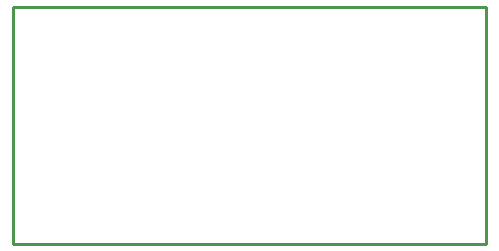
<source format=gm1>
G04*
G04 #@! TF.GenerationSoftware,Altium Limited,Altium NEXUS,4.0.8 (67)*
G04*
G04 Layer_Color=16711935*
%FSLAX44Y44*%
%MOMM*%
G71*
G04*
G04 #@! TF.SameCoordinates,A6274CC6-94C6-42B1-B2ED-8DB77C6F39E9*
G04*
G04*
G04 #@! TF.FilePolarity,Positive*
G04*
G01*
G75*
%ADD10C,0.2540*%
D10*
X257000Y1267000D02*
X657000D01*
X257000Y1067000D02*
X657000D01*
Y1267000D01*
X257000Y1067000D02*
Y1267000D01*
M02*

</source>
